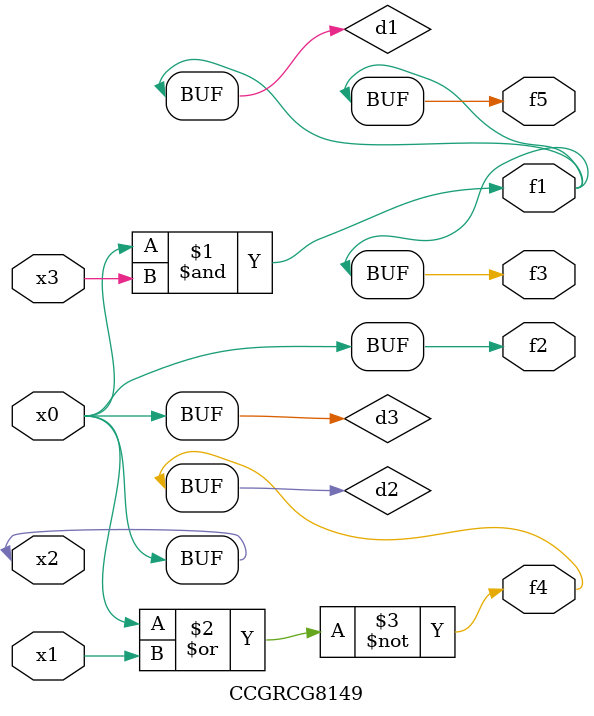
<source format=v>
module CCGRCG8149(
	input x0, x1, x2, x3,
	output f1, f2, f3, f4, f5
);

	wire d1, d2, d3;

	and (d1, x2, x3);
	nor (d2, x0, x1);
	buf (d3, x0, x2);
	assign f1 = d1;
	assign f2 = d3;
	assign f3 = d1;
	assign f4 = d2;
	assign f5 = d1;
endmodule

</source>
